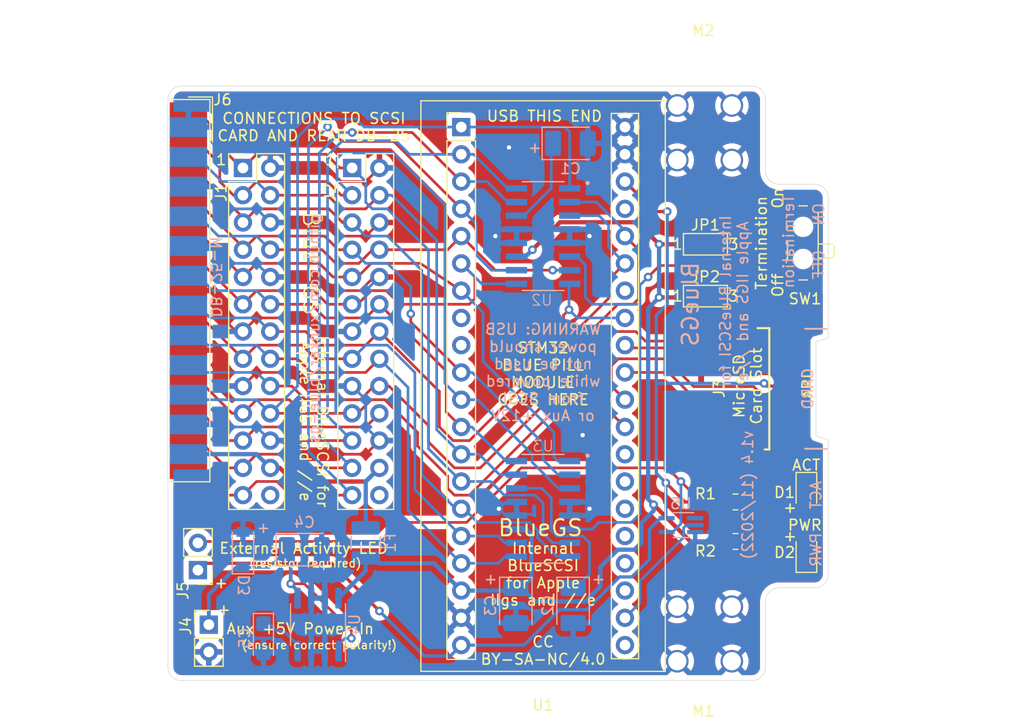
<source format=kicad_pcb>
(kicad_pcb (version 20211014) (generator pcbnew)
  (layers (0 "F.Cu" signal) (31 "B.Cu" signal) (34 "B.Paste" user) (35 "F.Paste" user) (36 "B.SilkS" user "B.Silkscreen") (37 "F.SilkS" user "F.Silkscreen") (38 "B.Mask" user) (39 "F.Mask" user) (44 "Edge.Cuts" user))
  (net 0 "")
  (net 12 "+5V")
  (net 13 "GND")
  (net 14 "/SCSI_DB4")
  (net 15 "/SCSI_DB2")
  (net 16 "/SCSI_DB1")
  (net 17 "/SCSI_DBP")
  (net 18 "/SCSI_SEL")
  (net 19 "/SCSI_ATN")
  (net 20 "/SCSI_C_D")
  (net 21 "/SCSI_DB7")
  (net 22 "/SCSI_DB6")
  (net 23 "/SCSI_DB5")
  (net 24 "/SCSI_DB3")
  (net 25 "/SCSI_DB0")
  (net 26 "/SCSI_BSY")
  (net 27 "/SCSI_ACK")
  (net 28 "/SCSI_RST")
  (net 29 "/SCSI_I_O")
  (net 30 "/SCSI_MSG")
  (net 31 "/SCSI_REQ")
  (net 32 "/SD_MISO")
  (net 33 "/SD_CSK")
  (net 34 "+3V3")
  (net 35 "/SD_MOSI")
  (net 36 "/SD_CS")
  (net 39 "Net-(D2-Pad2)")
  (net 40 "Net-(C1-Pad1)")
  (net 41 "Net-(C2-Pad1)")
  (net 42 "/TERM_DISC")
  (net 43 "Net-(D1-Pad1)")
  (net 44 "/DEBUG_RX")
  (net 45 "/DEBUG_TX")
  (net 46 "/+5V_AUX")
  (net 47 "Net-(C5-Pad1)")
  (net 48 "/TERM_EN")
  (net 49 "/TERM_DIS")
  (net 50 "/DISK_ACT")
  (net 51 "/SCSI_TERMPWR")
  (net 52 "Net-(D1-Pad2)")
  (footprint "my library:YAAJ_BluePill_2" (layer "F.Cu") (at 152.4 50.8)
    (fp_text reference "U1")
    (fp_text value "YAAJ_BluePill" hide)
  )
  (footprint "Button_Switch_SMD:SW_SPDT_PCM12" (layer "F.Cu") (at 183.896 61.595 90)
    (fp_text reference "SW1")
    (fp_text value "SW_SPDT")
  )
  (footprint "Resistor_SMD:R_0805_2012Metric_Pad1.20x1.40mm_HandSolder" (layer "F.Cu") (at 177.927 89.408 180)
    (fp_text reference "R2")
    (fp_text value "1K")
  )
  (footprint "LED_SMD:LED_0805_2012Metric_Pad1.15x1.40mm_HandSolder" (layer "F.Cu") (at 184.531 84.836 -90)
    (fp_text reference "D1")
    (fp_text value "LED")
  )
  (footprint "Jumper:SolderJumper-3_P1.3mm_Open_Pad1.0x1.5mm_NumberLabels" (layer "F.Cu") (at 175.133 66.548)
    (fp_text reference "JP2")
    (fp_text value "Jumper_3_Open")
  )
  (footprint "Jumper:SolderJumper-3_P1.3mm_Open_Pad1.0x1.5mm_NumberLabels" (layer "F.Cu") (at 175.133 61.722)
    (fp_text reference "JP1")
    (fp_text value "Jumper_3_Open")
  )
  (footprint "Resistor_SMD:R_0805_2012Metric_Pad1.20x1.40mm_HandSolder" (layer "F.Cu") (at 177.927 85.725)
    (fp_text reference "R1")
    (fp_text value "100")
  )
  (footprint "Connector_PinHeader_2.54mm:PinHeader_2x13_P2.54mm_Vertical" (layer "F.Cu") (at 132.08 54.61)
    (fp_text reference "J1")
    (fp_text value "Conn_02x13_Odd_Even")
  )
  (footprint "Connector_PinHeader_2.54mm:PinHeader_2x13_P2.54mm_Vertical" (layer "F.Cu") (at 142.24 54.61)
    (fp_text reference "J2")
    (fp_text value "Conn_02x13_Odd_Even")
  )
  (footprint "Connector_PinHeader_2.54mm:PinHeader_1x02_P2.54mm_Vertical" (layer "F.Cu") (at 128.905 97.155)
    (fp_text reference "J4")
    (fp_text value "Conn_01x02_Male")
  )
  (footprint "Connector_PinHeader_2.54mm:PinHeader_1x02_P2.54mm_Vertical" (layer "F.Cu") (at 127.889 92.075 180)
    (fp_text reference "J5")
    (fp_text value "Conn_01x02_Male")
  )
  (footprint "my library:keystone-7774" (layer "F.Cu") (at 180.771 100.561 180)
    (fp_text reference "M1")
    (fp_text value "Screw_Terminal_01x01")
  )
  (footprint "my library:keystone-7774" (layer "F.Cu") (at 180.771 53.871 180)
    (fp_text reference "M2")
    (fp_text value "Screw_Terminal_01x01")
  )
  (footprint "LED_SMD:LED_0805_2012Metric_Pad1.15x1.40mm_HandSolder" (layer "F.Cu") (at 184.531 90.424 90)
    (fp_text reference "D2")
    (fp_text value "LED")
  )
  (footprint "Molex 105162-0001:105162-0001" (layer "F.Cu") (at 174.625 75.184 90)
    (fp_text reference "J3")
    (fp_text value "105162-0001")
  )
  (footprint "Connector_Dsub:DSUB-25_Male_EdgeMount_P2.77mm" (layer "F.Cu") (at 127 66.04 -90)
    (fp_text reference "J6")
    (fp_text value "DB25_Male")
  )
  (footprint "Capacitor_Tantalum_SMD:CP_EIA-3528-21_Kemet-B_Pad1.50x2.35mm_HandSolder" (layer "B.Cu") (at 162.56 52.324)
    (fp_text reference "C1")
    (fp_text value "2.2uF, 6.3v")
  )
  (footprint "my library:SOIC127P600X175-16N" (layer "B.Cu") (at 160.02 86.36 180)
    (fp_text reference "U3")
    (fp_text value "UC560x, UCC56xx")
  )
  (footprint "Capacitor_Tantalum_SMD:CP_EIA-3528-21_Kemet-B_Pad1.50x2.35mm_HandSolder" (layer "B.Cu") (at 157.48 95.377 -90)
    (fp_text reference "C3")
    (fp_text value "4.7uF, 6.3v")
  )
  (footprint "Capacitor_Tantalum_SMD:CP_EIA-3528-21_Kemet-B_Pad1.50x2.35mm_HandSolder" (layer "B.Cu") (at 162.814 95.377 -90)
    (fp_text reference "C2")
    (fp_text value "2.2uF, 6.3v")
  )
  (footprint "my library:SOIC127P600X175-16N" (layer "B.Cu") (at 160.02 60.96 180)
    (fp_text reference "U2")
    (fp_text value "UC560x, UCC56xx")
  )
  (footprint "Fuse:Fuse_1210_3225Metric" (layer "B.Cu") (at 143.51 89.535 90)
    (fp_text reference "F1")
    (fp_text value "Fuse")
  )
  (footprint "Package_TO_SOT_SMD:SOT-353_SC-70-5_Handsoldering" (layer "B.Cu") (at 172.847 87.884 180)
    (fp_text reference "U5")
    (fp_text value "NL17SZ07DFT2G")
  )
  (footprint "Capacitor_Tantalum_SMD:CP_EIA-3528-21_Kemet-B_Pad1.50x2.35mm_HandSolder" (layer "B.Cu") (at 137.795 90.17)
    (fp_text reference "C4")
    (fp_text value "1uF")
  )
  (footprint "Diode_SMD:D_SOD-123" (layer "B.Cu") (at 132.08 90.17 90)
    (fp_text reference "D3")
    (fp_text value "Zener 5.6v")
  )
  (footprint "Capacitor_Tantalum_SMD:CP_EIA-3216-10_Kemet-I" (layer "B.Cu") (at 133.985 98.425 -90)
    (fp_text reference "C5")
    (fp_text value "0.1uF")
  )
  (footprint "Package_SO:SOIC-8_3.9x4.9mm_P1.27mm" (layer "B.Cu") (at 139.065 97.155 90)
    (fp_text reference "U4")
    (fp_text value "UCC3916")
  )
  (gr_line (start 184.404 69.596) (end 186.436 69.596) (layer "B.SilkS") (width 0.15))
  (gr_line (start 184.404 80.772) (end 186.436 80.772) (layer "B.SilkS") (width 0.15))
  (gr_line (start 184.404 80.772) (end 186.436 80.772) (layer "F.SilkS") (width 0.15))
  (gr_line (start 184.404 69.596) (end 186.436 69.596) (layer "F.SilkS") (width 0.15))
  (gr_line (start 186.563 79.9465) (end 186.563 92.456) (layer "Edge.Cuts") (width 0.05))
  (gr_line (start 125.095 101.092) (end 125.095 48.26) (layer "Edge.Cuts") (width 0.05))
  (gr_line (start 181.991 56.134) (end 185.293 56.134) (layer "Edge.Cuts") (width 0.05))
  (gr_line (start 180.721 94.996) (end 180.721 101.092) (layer "Edge.Cuts") (width 0.05))
  (gr_arc (start 185.293 56.134) (mid 186.191026 56.505974) (end 186.563 57.404) (layer "Edge.Cuts") (width 0.05))
  (gr_arc (start 186.563 92.456) (mid 186.191026 93.354026) (end 185.293 93.726) (layer "Edge.Cuts") (width 0.05))
  (gr_arc (start 181.991 56.134) (mid 181.092974 55.762026) (end 180.721 54.864) (layer "Edge.Cuts") (width 0.05))
  (gr_line (start 180.721 48.26) (end 180.721 54.864) (layer "Edge.Cuts") (width 0.05))
  (gr_arc (start 180.721 94.996) (mid 181.092974 94.097974) (end 181.991 93.726) (layer "Edge.Cuts") (width 0.05))
  (gr_line (start 181.991 93.726) (end 185.293 93.726) (layer "Edge.Cuts") (width 0.05))
  (gr_line (start 126.365 46.99) (end 179.451 46.99) (layer "Edge.Cuts") (width 0.05))
  (gr_line (start 179.451 102.362) (end 126.365 102.362) (layer "Edge.Cuts") (width 0.05))
  (gr_arc (start 126.365 102.362) (mid 125.466974 101.990026) (end 125.095 101.092) (layer "Edge.Cuts") (width 0.05))
  (gr_line (start 185.42 70.7644) (end 185.42 79.5655) (layer "Edge.Cuts") (width 0.05))
  (gr_arc (start 180.721 101.092) (mid 180.349026 101.990026) (end 179.451 102.362) (layer "Edge.Cuts") (width 0.05))
  (gr_arc (start 125.095 48.26) (mid 125.466974 47.361974) (end 126.365 46.99) (layer "Edge.Cuts") (width 0.05))
  (gr_line (start 186.563 57.404) (end 186.563 70.4596) (layer "Edge.Cuts") (width 0.05))
  (gr_line (start 185.42 70.7644) (end 186.563 70.4596) (layer "Edge.Cuts") (width 0.05))
  (gr_arc (start 179.451 46.99) (mid 180.349026 47.361974) (end 180.721 48.26) (layer "Edge.Cuts") (width 0.05))
  (gr_line (start 186.563 79.9465) (end 185.42 79.5655) (layer "Edge.Cuts") (width 0.05))
  (gr_text "ACT" (at 185.42 85.09 90) (layer "B.SilkS") (effects (font (size 1 1)) (justify mirror)))
  (gr_text "PWR" (at 185.42 90.17 90) (layer "B.SilkS") (effects (font (size 1 1)) (justify mirror)))
  (gr_text "ON   OFF" (at 185.674 61.468 90) (layer "B.SilkS") (effects (font (size 1 1)) (justify mirror)))
  (gr_text "github.com/xunker/blue-gs" (at 138.684 69.596 90) (layer "B.SilkS") (effects (font (size 1 1)) (justify mirror)))
  (gr_text "Internal BlueSCSI for\nApple IIGS and //e" (at 177.8 67.056 90) (layer "B.SilkS") (effects (font (size 1 1)) (justify mirror)))
  (gr_text "+" (at 133.985 88.265 -180) (layer "B.SilkS") (effects (font (size 1 1)) (justify mirror)))
  (gr_text "CARD" (at 184.658 75.184 90) (layer "B.SilkS") (effects (font (size 1 1)) (justify mirror)))
  (gr_text "Termination" (at 182.88 61.468 90) (layer "B.SilkS") (effects (font (size 1 1)) (justify mirror)))
  (gr_text "BlueGS" (at 173.736 67.31 90) (layer "B.SilkS") (effects (font (size 1.5 1.5) (thickness 0.2)) (justify mirror)))
  (gr_text "DB-25-M" (at 129.54 64.77 270) (layer "B.SilkS") (effects (font (size 1 1)) (justify mirror)))
  (gr_text "+" (at 159.258 52.705) (layer "B.SilkS") (effects (font (size 1 1)) (justify mirror)))
  (gr_text "+" (at 155.067 92.964 90) (layer "B.SilkS") (effects (font (size 1 1)) (justify mirror)))
  (gr_text "+" (at 165.1 92.964 90) (layer "B.SilkS") (effects (font (size 1 1)) (justify mirror)))
  (gr_text "WARNING: USB\npower should\nnot be used\nwhile powered\nfrom SCSI\nor Aux +12V" (at 160.02 73.66) (layer "B.SilkS") (effects (font (size 1 1)) (justify mirror)))
  (gr_text "v1.4 (11/2022)" (at 179.07 85.09 90) (layer "B.SilkS") (effects (font (size 1 1)) (justify mirror)))
  (gr_text "Aux +5V Power In" (at 137.414 97.536) (layer "F.SilkS") (effects (font (size 1 1))))
  (gr_text "Blue-GS" (at 138.43 63.5 270) (layer "F.SilkS") (effects (font (size 1.5 1.5))))
  (gr_text "+" (at 130.048 93.405 180) (layer "F.SilkS") (effects (font (size 1 1))))
  (gr_text "Internal BlueSCSI for\nApple IIGS and //e\n" (at 138.684 78.232 270) (layer "F.SilkS") (effects (font (size 1 1))))
  (gr_text "PWR" (at 186.055 87.884) (layer "F.SilkS") (effects (font (size 1 1)) (justify right)))
  (gr_text "External Activity LED" (at 129.794 90.043) (layer "F.SilkS") (effects (font (size 1 1)) (justify left)))
  (gr_text "+" (at 183.007 88.9) (layer "F.SilkS") (effects (font (size 1 1))))
  (gr_text "MicroSD\nCard Slot" (at 179.07 74.93 90) (layer "F.SilkS") (effects (font (size 1 1))))
  (gr_text "CARD" (at 184.658 75.184 90) (layer "F.SilkS") (effects (font (size 1 1))))
  (gr_text "CONNECTIONS TO SCSI\nCARD AND REAR DB-25" (at 138.684 50.8) (layer "F.SilkS") (effects (font (size 1 1))))
  (gr_text "On" (at 181.864 57.404 90) (layer "F.SilkS") (effects (font (size 1 1))))
  (gr_text "Termination" (at 180.34 61.595 90) (layer "F.SilkS") (effects (font (size 1 1))))
  (gr_text "Internal\nBlueSCSI\nfor Apple\nIIgs and //e" (at 160.02 92.456) (layer "F.SilkS") (effects (font (size 1 1))))
  (gr_text "STM32\nBLUE PILL\nMODULE\nGOES HERE" (at 160.02 73.787) (layer "F.SilkS") (effects (font (size 1 1))))
  (gr_text "USB THIS END" (at 160.147 49.784) (layer "F.SilkS") (effects (font (size 1 1))))
  (gr_text "CC\nBY-SA-NC/4.0" (at 160.02 99.568) (layer "F.SilkS") (effects (font (size 1 1))))
  (gr_text "(resistor required)" (at 132.588 91.44) (layer "F.SilkS") (effects (font (size 0.75 0.75) (thickness 0.125)) (justify left)))
  (gr_text "+" (at 130.302 95.885 180) (layer "F.SilkS") (effects (font (size 1 1))))
  (gr_text "+" (at 183.007 86.233) (layer "F.SilkS") (effects (font (size 1 1))))
  (gr_text "BlueGS" (at 159.766 88.138) (layer "F.SilkS") (effects (font (size 1.5 1.5) (thickness 0.2))))
  (gr_text "1" (at 130.048 53.848) (layer "F.SilkS") (effects (font (size 1 1))))
  (gr_text "(ensure correct polarity!)" (at 139.192 99.06) (layer "F.SilkS") (effects (font (size 0.75 0.75) (thickness 0.125))))
  (gr_text "ACT" (at 185.928 82.296) (layer "F.SilkS") (effects (font (size 1 1)) (justify right)))
  (gr_text "1" (at 140.208 53.848) (layer "F.SilkS") (effects (font (size 1 1))))
  (gr_text "Off" (at 181.864 65.532 90) (layer "F.SilkS") (effects (font (size 1 1))))
  (segment (start 173.736 89.408) (end 170.307 85.979) (width 0.4) (layer "F.Cu") (net 12))
  (segment (start 159.02532 62.233641) (end 161.58796 59.671001) (width 0.4) (layer "F.Cu") (net 12))
  (segment (start 176.927 89.408) (end 173.736 89.408) (width 0.4) (layer "F.Cu") (net 12))
  (segment (start 161.58796 59.671001) (end 168.764001 59.671001) (width 0.4) (layer "F.Cu") (net 12))
  (segment (start 168.764001 59.671001) (end 170.815 61.722) (width 0.4) (layer "F.Cu") (net 12))
  (segment (start 173.579 66.675) (end 170.814998 66.675) (width 0.4) (layer "F.Cu") (net 12))
  (segment (start 173.833 61.722) (end 170.815 61.722) (width 0.4) (layer "F.Cu") (net 12))
  (segment (start 173.833 66.421) (end 173.579 66.675) (width 0.4) (layer "F.Cu") (net 12))
  (via (at 170.815 61.722) (size 0.8) (drill 0.4) (layers "F.Cu" "B.Cu") (net 12))
  (via (at 170.307 85.979) (size 0.8) (drill 0.4) (layers "F.Cu" "B.Cu") (net 12))
  (via (at 159.02532 62.233641) (size 0.8) (drill 0.4) (layers "F.Cu" "B.Cu") (net 12))
  (via (at 170.814998 66.675) (size 0.8) (drill 0.4) (layers "F.Cu" "B.Cu") (net 12))
  (segment (start 149.86 91.44) (end 152.4 93.98) (width 0.4) (layer "B.Cu") (net 12))
  (segment (start 143.51 92.14) (end 143.51 90.935) (width 0.4) (layer "B.Cu") (net 12))
  (segment (start 143.51 90.805) (end 144.145 90.805) (width 0.4) (layer "B.Cu") (net 12))
  (segment (start 157.545 88.265) (end 158.4265 88.265) (width 0.4) (layer "B.Cu") (net 12))
  (segment (start 157.545 62.865) (end 158.393961 62.865) (width 0.4) (layer "B.Cu") (net 12))
  (segment (start 165.354 93.599) (end 165.354 91.7879) (width 0.4) (layer "B.Cu") (net 12))
  (segment (start 169.164 89.535) (end 169.164 87.687685) (width 0.4) (layer "B.Cu") (net 12))
  (segment (start 157.48 93.752) (end 158.014 93.752) (width 0.4) (layer "B.Cu") (net 12))
  (segment (start 144.78 91.44) (end 149.86 91.44) (width 0.4) (layer "B.Cu") (net 12))
  (segment (start 158.929511 88.768011) (end 158.929511 92.784489) (width 0.4) (layer "B.Cu") (net 12))
  (segment (start 158.929511 92.784489) (end 157.734 93.98) (width 0.4) (layer "B.Cu") (net 12))
  (segment (start 169.799 85.471) (end 170.307 85.979) (width 0.4) (layer "B.Cu") (net 12))
  (segment (start 166.9719 90.17) (end 168.529 90.17) (width 0.4) (layer "B.Cu") (net 12))
  (segment (start 157.734 93.98) (end 152.4 93.98) (width 0.4) (layer "B.Cu") (net 12))
  (segment (start 158.393961 62.865) (end 159.02532 62.233641) (width 0.4) (layer "B.Cu") (net 12))
  (segment (start 158.014 93.752) (end 159.258 94.996) (width 0.4) (layer "B.Cu") (net 12))
  (segment (start 163.957 94.996) (end 165.354 93.599) (width 0.4) (layer "B.Cu") (net 12))
  (segment (start 165.354 91.7879) (end 166.9719 90.17) (width 0.4) (layer "B.Cu") (net 12))
  (segment (start 170.814998 61.722002) (end 170.815 61.722) (width 0.4) (layer "B.Cu") (net 12))
  (segment (start 140.97 94.68) (end 143.51 92.14) (width 0.4) (layer "B.Cu") (net 12))
  (segment (start 159.258 94.996) (end 163.957 94.996) (width 0.4) (layer "B.Cu") (net 12))
  (segment (start 144.145 90.805) (end 144.78 91.44) (width 0.4) (layer "B.Cu") (net 12))
  (segment (start 169.164 87.687685) (end 170.307 86.544685) (width 0.4) (layer "B.Cu") (net 12))
  (segment (start 158.4265 88.265) (end 158.929511 88.768011) (width 0.4) (layer "B.Cu") (net 12))
  (segment (start 170.307 86.544685) (end 170.307 85.979) (width 0.4) (layer "B.Cu") (net 12))
  (segment (start 169.799 67.690998) (end 169.799 85.471) (width 0.4) (layer "B.Cu") (net 12))
  (segment (start 170.814998 66.675) (end 170.814998 61.722002) (width 0.4) (layer "B.Cu") (net 12))
  (segment (start 170.814998 66.675) (end 169.799 67.690998) (width 0.4) (layer "B.Cu") (net 12))
  (segment (start 168.529 90.17) (end 169.164 89.535) (width 0.4) (layer "B.Cu") (net 12))
  (segment (start 134.62 64.77) (end 138.938 64.77) (width 0.25) (layer "F.Cu") (net 13))
  (segment (start 143.002 66.04) (end 144.272 64.77) (width 0.25) (layer "F.Cu") (net 13))
  (segment (start 138.938 64.77) (end 140.208 66.04) (width 0.25) (layer "F.Cu") (net 13))
  (segment (start 140.208 66.04) (end 143.002 66.04) (width 0.25) (layer "F.Cu") (net 13))
  (segment (start 144.272 64.77) (end 144.78 64.77) (width 0.25) (layer "F.Cu") (net 13))
  (segment (start 134.62 54.61) (end 139.954 54.61) (width 0.25) (layer "F.Cu") (net 13))
  (segment (start 139.954 54.61) (end 141.224 55.88) (width 0.25) (layer "F.Cu") (net 13))
  (segment (start 141.224 55.88) (end 143.51 55.88) (width 0.25) (layer "F.Cu") (net 13))
  (segment (start 143.51 55.88) (end 144.78 54.61) (width 0.25) (layer "F.Cu") (net 13))
  (segment (start 132.08 69.85) (end 133.35 68.58) (width 0.25) (layer "F.Cu") (net 13))
  (segment (start 138.176 68.58) (end 139.446 69.85) (width 0.25) (layer "F.Cu") (net 13))
  (segment (start 133.35 68.58) (end 138.176 68.58) (width 0.25) (layer "F.Cu") (net 13))
  (segment (start 139.446 69.85) (end 142.24 69.85) (width 0.25) (layer "F.Cu") (net 13))
  (segment (start 142.24 74.93) (end 138.176 74.93) (width 0.25) (layer "F.Cu") (net 13))
  (segment (start 138.176 74.93) (end 136.906 73.66) (width 0.25) (layer "F.Cu") (net 13))
  (segment (start 136.906 73.66) (end 133.35 73.66) (width 0.25) (layer "F.Cu") (net 13))
  (segment (start 133.35 73.66) (end 132.08 74.93) (width 0.25) (layer "F.Cu") (net 13))
  (segment (start 134.62 80.01) (end 135.636 80.01) (width 0.25) (layer "F.Cu") (net 13))
  (segment (start 135.636 80.01) (end 136.906 81.28) (width 0.25) (layer "F.Cu") (net 13))
  (segment (start 136.906 81.28) (end 143.51 81.28) (width 0.25) (layer "F.Cu") (net 13))
  (segment (start 143.51 81.28) (end 144.78 80.01) (width 0.25) (layer "F.Cu") (net 13))
  (segment (start 134.62 59.69) (end 139.954 59.69) (width 0.25) (layer "F.Cu") (net 13))
  (segment (start 141.224 60.96) (end 143.51 60.96) (width 0.25) (layer "F.Cu") (net 13))
  (segment (start 139.954 59.69) (end 141.224 60.96) (width 0.25) (layer "F.Cu") (net 13))
  (segment (start 143.51 60.96) (end 144.78 59.69) (width 0.25) (layer "F.Cu") (net 13))
  (segment (start 131.445 69.85) (end 130.175 68.58) (width 0.25) (layer "F.Cu") (net 13))
  (segment (start 130.175 68.58) (end 130.175 67.31) (width 0.25) (layer "F.Cu") (net 13))
  (segment (start 130.175 67.31) (end 128.905 66.04) (width 0.25) (layer "F.Cu") (net 13))
  (segment (start 132.08 69.85) (end 131.445 69.85) (width 0.25) (layer "F.Cu") (net 13))
  (segment (start 128.905 66.04) (end 127 66.04) (width 0.25) (layer "F.Cu") (net 13))
  (via (at 164.338 86.36) (size 0.8) (drill 0.4) (layers "F.Cu" "B.Cu") (net 13))
  (via (at 156.845 52.705) (size 0.8) (drill 0.4) (layers "F.Cu" "B.Cu") (net 13))
  (via (at 164.338 60.96) (size 0.8) (drill 0.4) (layers "F.Cu" "B.Cu") (net 13))
  (via (at 155.575 60.96) (size 0.8) (drill 0.4) (layers "F.Cu" "B.Cu") (net 13))
  (via (at 155.9052 86.36) (size 0.8) (drill 0.4) (layers "F.Cu" "B.Cu") (net 13))
  (via (at 163.703 79.502) (size 0.8) (drill 0.4) (layers "F.Cu" "B.Cu") (net 13))
  (segment (start 142.24 74.93) (end 143.51 76.2) (width 0.25) (layer "B.Cu") (net 13))
  (segment (start 143.51 76.2) (end 143.51 78.74) (width 0.25) (layer "B.Cu") (net 13))
  (segment (start 143.51 78.74) (end 144.78 80.01) (width 0.25) (layer "B.Cu") (net 13))
  (segment (start 144.78 64.77) (end 143.51 66.04) (width 0.25) (layer "B.Cu") (net 13))
  (segment (start 143.51 66.04) (end 143.51 68.58) (width 0.25) (layer "B.Cu") (net 13))
  (segment (start 134.62 80.01) (end 133.35 78.74) (width 0.25) (layer "B.Cu") (net 13))
  (segment (start 143.51 68.58) (end 143.4465 68.6435) (width 0.25) (layer "B.Cu") (net 13))
  (segment (start 157.545 60.325) (end 162.495 60.325) (width 0.25) (layer "B.Cu") (net 13))
  (segment (start 130.175 78.74) (end 129.94 78.505) (width 0.25) (layer "B.Cu") (net 13))
  (segment (start 129.54 62.23) (end 127.345 62.23) (width 0.25) (layer "B.Cu") (net 13))
  (segment (start 157.545 86.995) (end 156.5402 86.995) (width 0.25) (layer "B.Cu") (net 13))
  (segment (start 143.51 68.58) (end 146.304 68.58) (width 0.25) (layer "B.Cu") (net 13))
  (segment (start 127.345 62.23) (end 127 61.885) (width 0.25) (layer "B.Cu") (net 13))
  (segment (start 157.545 85.725) (end 156.5402 85.725) (width 0.25) (layer "B.Cu") (net 13))
  (segment (start 130.175 58.42) (end 130.175 57.15) (width 0.25) (layer "B.Cu") (net 13))
  (segment (start 134.62 59.69) (end 133.35 58.42) (width 0.25) (layer "B.Cu") (net 13))
  (segment (start 143.4465 68.6435) (end 142.24 69.85) (width 0.25) (layer "B.Cu") (net 13))
  (segment (start 156.5402 86.995) (end 155.9052 86.36) (width 0.25) (layer "B.Cu") (net 13))
  (segment (start 133.35 78.74) (end 130.175 78.74) (width 0.25) (layer "B.Cu") (net 13))
  (segment (start 134.62 64.77) (end 133.35 63.5) (width 0.25) (layer "B.Cu") (net 13))
  (segment (start 130.175 57.15) (end 129.37 56.345) (width 0.25) (layer "B.Cu") (net 13))
  (segment (start 157.545 85.725) (end 157.545 86.995) (width 0.25) (layer "B.Cu") (net 13))
  (segment (start 129.37 56.345) (end 127 56.345) (width 0.25) (layer "B.Cu") (net 13))
  (segment (start 130.81 63.5) (end 129.54 62.23) (width 0.25) (layer "B.Cu") (net 13))
  (segment (start 174.197 93.745) (end 172.461 95.481) (width 0.25) (layer "B.Cu") (net 13))
  (segment (start 133.35 63.5) (end 130.81 63.5) (width 0.25) (layer "B.Cu") (net 13))
  (segment (start 129.94 78.505) (end 127 78.505) (width 0.25) (layer "B.Cu") (net 13))
  (segment (start 156.5402 85.725) (end 155.9052 86.36) (width 0.25) (layer "B.Cu") (net 13))
  (segment (start 133.35 58.42) (end 130.175 58.42) (width 0.25) (layer "B.Cu") (net 13))
  (segment (start 174.197 88.58) (end 174.197 93.745) (width 0.25) (layer "B.Cu") (net 13))
  (segment (start 134.62 77.47) (end 136.144 77.47) (width 0.25) (layer "F.Cu") (net 14))
  (segment (start 136.144 77.47) (end 137.414 78.74) (width 0.25) (layer "F.Cu") (net 14))
  (segment (start 137.414 78.74) (end 143.51 78.74) (width 0.25) (layer "F.Cu") (net 14))
  (segment (start 143.51 78.74) (end 144.78 77.47) (width 0.25) (layer "F.Cu") (net 14))
  (segment (start 127.465 76.2) (end 133.35 76.2) (width 0.25) (layer "B.Cu") (net 14))
  (segment (start 137.16 74.93) (end 137.16 51.758998) (width 0.25) (layer "B.Cu") (net 14))
  (segment (start 137.16 51.758998) (end 138.880998 50.038) (width 0.25) (layer "B.Cu") (net 14))
  (segment (start 138.880998 50.038) (end 142.621 50.038) (width 0.25) (layer "B.Cu") (net 14))
  (segment (start 152.4 50.8) (end 162.052 50.8) (width 0.25) (layer "B.Cu") (net 14))
  (segment (start 162.495 51.243) (end 162.495 56.515) (width 0.25) (layer "B.Cu") (net 14))
  (segment (start 151.3 50.8) (end 152.4 50.8) (width 0.25) (layer "B.Cu") (net 14))
  (segment (start 127 75.735) (end 127.465 76.2) (width 0.25) (layer "B.Cu") (net 14))
  (segment (start 162.052 50.8) (end 162.495 51.243) (width 0.25) (layer "B.Cu") (net 14))
  (segment (start 133.35 76.2) (end 134.62 77.47) (width 0.25) (layer "B.Cu") (net 14))
  (segment (start 143.383 50.8) (end 151.3 50.8) (width 0.25) (layer "B.Cu") (net 14))
  (segment (start 142.621 50.038) (end 143.383 50.8) (width 0.25) (layer "B.Cu") (net 14))
  (segment (start 134.62 77.47) (end 137.16 74.93) (width 0.25) (layer "B.Cu") (net 14))
  (segment (start 136.62025 74.93) (end 137.89025 76.2) (width 0.25) (layer "F.Cu") (net 15))
  (segment (start 144.272 74.93) (end 144.78 74.93) (width 0.25) (layer "F.Cu") (net 15))
  (segment (start 137.89025 76.2) (end 143.002 76.2) (width 0.25) (layer "F.Cu") (net 15))
  (segment (start 134.62 74.93) (end 136.62025 74.93) (width 0.25) (layer "F.Cu") (net 15))
  (segment (start 143.002 76.2) (end 144.272 74.93) (width 0.25) (layer "F.Cu") (net 15))
  (segment (start 151.765 82.55) (end 154.178 82.55) (width 0.25) (layer "F.Cu") (net 15))
  (segment (start 149.352 78.613) (end 149.352 80.137) (width 0.25) (layer "F.Cu") (net 15))
  (segment (start 163.576 73.152) (end 163.576 69.303002) (width 0.25) (layer "F.Cu") (net 15))
  (segment (start 163.576 69.303002) (end 166.116 66.763002) (width 0.25) (layer "F.Cu") (net 15))
  (segment (start 154.178 82.55) (end 163.576 73.152) (width 0.25) (layer "F.Cu") (net 15))
  (segment (start 166.116 65.024) (end 167.64 63.5) (width 0.25) (layer "F.Cu") (net 15))
  (segment (start 144.78 74.93) (end 145.669 74.93) (width 0.25) (layer "F.Cu") (net 15))
  (segment (start 149.352 80.137) (end 151.765 82.55) (width 0.25) (layer "F.Cu") (net 15))
  (segment (start 166.116 66.763002) (end 166.116 65.024) (width 0.25) (layer "F.Cu") (net 15))
  (segment (start 145.669 74.93) (end 149.352 78.613) (width 0.25) (layer "F.Cu") (net 15))
  (segment (start 166.116 59.944) (end 166.116 61.976) (width 0.25) (layer "B.Cu") (net 15))
  (segment (start 127 72.965) (end 127.695 73.66) (width 0.25) (layer "B.Cu") (net 15))
  (segment (start 162.495 59.055) (end 165.227 59.055) (width 0.25) (layer "B.Cu") (net 15))
  (segment (start 133.35 73.66) (end 134.62 74.93) (width 0.25) (layer "B.Cu") (net 15))
  (segment (start 165.227 59.055) (end 166.116 59.944) (width 0.25) (layer "B.Cu") (net 15))
  (segment (start 166.116 61.976) (end 167.64 63.5) (width 0.25) (layer "B.Cu") (net 15))
  (segment (start 127.695 73.66) (end 133.35 73.66) (width 0.25) (layer "B.Cu") (net 15))
  (segment (start 137.16 72.39) (end 138.43 73.66) (width 0.25) (layer "F.Cu") (net 16))
  (segment (start 138.43 73.66) (end 143.51 73.66) (width 0.25) (layer "F.Cu") (net 16))
  (segment (start 134.62 72.39) (end 137.16 72.39) (width 0.25) (layer "F.Cu") (net 16))
  (segment (start 143.51 73.66) (end 144.78 72.39) (width 0.25) (layer "F.Cu") (net 16))
  (segment (start 144.78 72.39) (end 147.447 75.057) (width 0.25) (layer "B.Cu") (net 16))
  (segment (start 156.464 90.805) (end 157.545 90.805) (width 0.25) (layer "B.Cu") (net 16))
  (segment (start 147.447 86.487) (end 152.4 91.44) (width 0.25) (layer "B.Cu") (net 16))
  (segment (start 152.4 91.44) (end 155.829 91.44) (width 0.25) (layer "B.Cu") (net 16))
  (segment (start 128.778 71.12) (end 133.35 71.12) (width 0.25) (layer "B.Cu") (net 16))
  (segment (start 147.447 75.057) (end 147.447 86.487) (width 0.25) (layer "B.Cu") (net 16))
  (segment (start 133.35 71.12) (end 134.62 72.39) (width 0.25) (layer "B.Cu") (net 16))
  (segment (start 127 70.195) (end 127.853 70.195) (width 0.25) (layer "B.Cu") (net 16))
  (segment (start 127.853 70.195) (end 128.778 71.12) (width 0.25) (layer "B.Cu") (net 16))
  (segment (start 155.829 91.44) (end 156.464 90.805) (width 0.25) (layer "B.Cu") (net 16))
  (segment (start 143.51 71.12) (end 144.78 69.85) (width 0.25) (layer "F.Cu") (net 17))
  (segment (start 134.62 69.85) (end 137.922 69.85) (width 0.25) (layer "F.Cu") (net 17))
  (segment (start 137.922 69.85) (end 139.192 71.12) (width 0.25) (layer "F.Cu") (net 17))
  (segment (start 139.192 71.12) (end 143.51 71.12) (width 0.25) (layer "F.Cu") (net 17))
  (segment (start 153.162 80.01) (end 161.925 71.247) (width 0.25) (layer "F.Cu") (net 17))
  (segment (start 161.925 71.247) (end 161.925 68.326) (width 0.25) (layer "F.Cu") (net 17))
  (segment (start 151.638 80.01) (end 153.162 80.01) (width 0.25) (layer "F.Cu") (net 17))
  (segment (start 161.925 68.326) (end 162.433 67.818) (width 0.25) (layer "F.Cu") (net 17))
  (segment (start 150.368 75.438) (end 150.368 78.74) (width 0.25) (layer "F.Cu") (net 17))
  (segment (start 144.78 69.85) (end 150.368 75.438) (width 0.25) (layer "F.Cu") (net 17))
  (segment (start 150.368 78.74) (end 151.638 80.01) (width 0.25) (layer "F.Cu") (net 17))
  (via (at 162.433 67.818) (size 0.8) (drill 0.4) (layers "F.Cu" "B.Cu") (net 17))
  (segment (start 129.038 68.58) (end 133.35 68.58) (width 0.25) (layer "B.Cu") (net 17))
  (segment (start 127.883 67.425) (end 129.038 68.58) (width 0.25) (layer "B.Cu") (net 17))
  (segment (start 162.433 65.659) (end 162.433 67.818) (width 0.25) (layer "B.Cu") (net 17))
  (segment (start 167.64 68.58) (end 163.195 68.58) (width 0.25) (layer "B.Cu") (net 17))
  (segment (start 162.56 65.532) (end 162.433 65.659) (width 0.25) (layer "B.Cu") (net 17))
  (segment (start 163.195 68.58) (end 162.433 67.818) (width 0.25) (layer "B.Cu") (net 17))
  (segment (start 127 67.425) (end 127.883 67.425) (width 0.25) (layer "B.Cu") (net 17))
  (segment (start 133.35 68.58) (end 134.62 69.85) (width 0.25) (layer "B.Cu") (net 17))
  (segment (start 134.62 67.31) (end 138.43 67.31) (width 0.25) (layer "F.Cu") (net 18))
  (segment (start 138.43 67.31) (end 139.7 68.58) (width 0.25) (layer "F.Cu") (net 18))
  (segment (start 139.7 68.58) (end 143.51 68.58) (width 0.25) (layer "F.Cu") (net 18))
  (segment (start 143.51 68.58) (end 144.78 67.31) (width 0.25) (layer "F.Cu") (net 18))
  (segment (start 151.003 77.343) (end 152.4 78.74) (width 0.25) (layer "F.Cu") (net 18))
  (segment (start 144.78 67.31) (end 151.003 73.533) (width 0.25) (layer "F.Cu") (net 18))
  (segment (start 151.003 73.533) (end 151.003 77.343) (width 0.25) (layer "F.Cu") (net 18))
  (segment (start 153.385 78.74) (end 156.56 81.915) (width 0.25) (layer "B.Cu") (net 18))
  (segment (start 156.56 81.915) (end 157.545 81.915) (width 0.25) (layer "B.Cu") (net 18))
  (segment (start 127.901 64.655) (end 129.286 66.04) (width 0.25) (layer "B.Cu") (net 18))
  (segment (start 133.35 66.04) (end 134.62 67.31) (width 0.25) (layer "B.Cu") (net 18))
  (segment (start 129.286 66.04) (end 133.35 66.04) (width 0.25) (layer "B.Cu") (net 18))
  (segment (start 152.4 78.74) (end 153.385 78.74) (width 0.25) (layer "B.Cu") (net 18))
  (segment (start 127 64.655) (end 127.901 64.655) (width 0.25) (layer "B.Cu") (net 18))
  (segment (start 144.14359 62.23) (end 144.78 62.23) (width 0.25) (layer "F.Cu") (net 19))
  (segment (start 140.716 63.5) (end 142.87359 63.5) (width 0.25) (layer "F.Cu") (net 19))
  (segment (start 134.62 62.23) (end 139.446 62.23) (width 0.25) (layer "F.Cu") (net 19))
  (segment (start 139.446 62.23) (end 140.716 63.5) (width 0.25) (layer "F.Cu") (net 19))
  (segment (start 142.87359 63.5) (end 144.14359 62.23) (width 0.25) (layer "F.Cu") (net 19))
  (segment (start 144.78 62.23) (end 151.13 62.23) (width 0.25) (layer "F.Cu") (net 19))
  (segment (start 152.4 60.96) (end 155.575 64.135) (width 0.25) (layer "F.Cu") (net 19))
  (segment (start 155.575 64.135) (end 160.909 64.135) (width 0.25) (layer "F.Cu") (net 19))
  (segment (start 151.13 62.23) (end 152.4 60.96) (width 0.25) (layer "F.Cu") (net 19))
  (via (at 160.909 64.135) (size 0.8) (drill 0.4) (layers "F.Cu" "B.Cu") (net 19))
  (segment (start 162.495 64.135) (end 160.909 64.135) (width 0.25) (layer "B.Cu") (net 19))
  (segment (start 133.35 60.96) (end 134.62 62.23) (width 0.25) (layer "B.Cu") (net 19))
  (segment (start 127 59.115) (end 127.949 59.115) (width 0.25) (layer "B.Cu") (net 19))
  (segment (start 127.949 59.115) (end 129.794 60.96) (width 0.25) (layer "B.Cu") (net 19))
  (segment (start 129.794 60.96) (end 133.35 60.96) (width 0.25) (layer "B.Cu") (net 19))
  (segment (start 134.62 57.15) (end 139.954 57.15) (width 0.25) (layer "F.Cu") (net 20))
  (segment (start 139.954 57.15) (end 141.224 58.42) (width 0.25) (layer "F.Cu") (net 20))
  (segment (start 141.224 58.42) (end 143.51 58.42) (width 0.25) (layer "F.Cu") (net 20))
  (segment (start 143.51 58.42) (end 144.78 57.15) (width 0.25) (layer "F.Cu") (net 20))
  (segment (start 133.35 55.88) (end 134.62 57.15) (width 0.25) (layer "B.Cu") (net 20))
  (segment (start 145.923 57.15) (end 150.114 61.341) (width 0.25) (layer "B.Cu") (net 20))
  (segment (start 154.051 81.28) (end 155.956 83.185) (width 0.25) (layer "B.Cu") (net 20))
  (segment (start 127.816666 53.575) (end 130.121666 55.88) (width 0.25) (layer "B.Cu") (net 20))
  (segment (start 155.956 83.185) (end 157.545 83.185) (width 0.25) (layer "B.Cu") (net 20))
  (segment (start 130.121666 55.88) (end 133.35 55.88) (width 0.25) (layer "B.Cu") (net 20))
  (segment (start 144.78 57.15) (end 145.923 57.15) (width 0.25) (layer "B.Cu") (net 20))
  (segment (start 150.114 61.341) (end 150.114 78.994) (width 0.25) (layer "B.Cu") (net 20))
  (segment (start 152.4 81.28) (end 154.051 81.28) (width 0.25) (layer "B.Cu") (net 20))
  (segment (start 127 53.575) (end 127.816666 53.575) (width 0.25) (layer "B.Cu") (net 20))
  (segment (start 150.114 78.994) (end 152.4 81.28) (width 0.25) (layer "B.Cu") (net 20))
  (segment (start 141.29301 52.13901) (end 139.954 50.8) (width 0.25) (layer "F.Cu") (net 21))
  (segment (start 136.525 85.09) (end 142.24 85.09) (width 0.25) (layer "F.Cu") (net 21))
  (segment (start 132.08 85.09) (end 133.35 83.82) (width 0.25) (layer "F.Cu") (net 21))
  (segment (start 152.4 58.42) (end 146.11901 52.13901) (width 0.25) (layer "F.Cu") (net 21))
  (segment (start 130.175 85.09) (end 132.08 85.09) (width 0.25) (layer "F.Cu") (net 21))
  (segment (start 135.255 83.82) (end 136.525 85.09) (width 0.25) (layer "F.Cu") (net 21))
  (segment (start 127 82.66) (end 127.745 82.66) (width 0.25) (layer "F.Cu") (net 21))
  (segment (start 133.35 83.82) (end 135.255 83.82) (width 0.25) (layer "F.Cu") (net 21))
  (segment (start 127.745 82.66) (end 130.175 85.09) (width 0.25) (layer "F.Cu") (net 21))
  (segment (start 146.11901 52.13901) (end 141.29301 52.13901) (width 0.25) (layer "F.Cu") (net 21))
  (via (at 139.954 50.8) (size 0.8) (drill 0.4) (layers "F.Cu" "B.Cu") (net 21))
  (segment (start 152.4 58.42) (end 153.797 59.817) (width 0.25) (layer "B.Cu") (net 21))
  (segment (start 155.2067 64.135) (end 157.545 64.135) (width 0.25) (layer "B.Cu") (net 21))
  (segment (start 138.176 52.578) (end 139.954 50.8) (width 0.25) (layer "B.Cu") (net 21))
  (segment (start 153.797 59.817) (end 153.797 62.7253) (width 0.25) (layer "B.Cu") (net 21))
  (segment (start 142.24 85.09) (end 138.176 81.026) (width 0.25) (layer "B.Cu") (net 21))
  (segment (start 138.176 81.026) (end 138.176 52.578) (width 0.25) (layer "B.Cu") (net 21))
  (segment (start 153.797 62.7253) (end 155.2067 64.135) (width 0.25) (layer "B.Cu") (net 21))
  (segment (start 133.35 81.28) (end 135.763 81.28) (width 0.25) (layer "F.Cu") (net 22))
  (segment (start 130.556 82.55) (end 132.08 82.55) (width 0.25) (layer "F.Cu") (net 22))
  (segment (start 127 79.89) (end 127.896 79.89) (width 0.25) (layer "F.Cu") (net 22))
  (segment (start 147.828 51.308) (end 152.4 55.88) (width 0.25) (layer "F.Cu") (net 22))
  (segment (start 132.08 82.55) (end 133.35 81.28) (width 0.25) (layer "F.Cu") (net 22))
  (segment (start 142.24 51.308) (end 147.828 51.308) (width 0.25) (layer "F.Cu") (net 22))
  (segment (start 137.033 82.55) (end 142.24 82.55) (width 0.25) (layer "F.Cu") (net 22))
  (segment (start 135.763 81.28) (end 137.033 82.55) (width 0.25) (layer "F.Cu") (net 22))
  (segment (start 127.896 79.89) (end 130.556 82.55) (width 0.25) (layer "F.Cu") (net 22))
  (via (at 142.24 51.308) (size 0.8) (drill 0.4) (layers "F.Cu" "B.Cu") (net 22))
  (segment (start 142.24 51.308) (end 141.097 51.308) (width 0.25) (layer "B.Cu") (net 22))
  (segment (start 154.813 55.88) (end 156.718 57.785) (width 0.25) (layer "B.Cu") (net 22))
  (segment (start 152.4 55.88) (end 154.813 55.88) (width 0.25) (layer "B.Cu") (net 22))
  (segment (start 141.097 51.308) (end 139.192 53.213) (width 0.25) (layer "B.Cu") (net 22))
  (segment (start 139.192 79.502) (end 142.24 82.55) (width 0.25) (layer "B.Cu") (net 22))
  (segment (start 139.192 53.213) (end 139.192 79.502) (width 0.25) (layer "B.Cu") (net 22))
  (segment (start 156.718 57.785) (end 157.545 57.785) (width 0.25) (layer "B.Cu") (net 22))
  (segment (start 132.08 80.01) (end 133.35 78.74) (width 0.25) (layer "F.Cu") (net 23))
  (segment (start 133.35 78.74) (end 135.89 78.74) (width 0.25) (layer "F.Cu") (net 23))
  (segment (start 137.16 80.01) (end 142.24 80.01) (width 0.25) (layer "F.Cu") (net 23))
  (segment (start 135.89 78.74) (end 137.16 80.01) (width 0.25) (layer "F.Cu") (net 23))
  (segment (start 127 77.12) (end 127.92 77.12) (width 0.25) (layer "F.Cu") (net 23))
  (segment (start 127.92 77.12) (end 130.81 80.01) (width 0.25) (layer "F.Cu") (net 23))
  (segment (start 130.81 80.01) (end 132.08 80.01) (width 0.25) (layer "F.Cu") (net 23))
  (segment (start 142.24 80.01) (end 139.954 77.724) (width 0.25) (layer "B.Cu") (net 23))
  (segment (start 147.574 53.34) (end 152.4 53.34) (width 0.25) (layer "B.Cu") (net 23))
  (segment (start 156.718 56.515) (end 157.545 56.515) (width 0.25) (layer "B.Cu") (net 23))
  (segment (start 153.543 53.34) (end 156.718 56.515) (width 0.25) (layer "B.Cu") (net 23))
  (segment (start 152.4 53.34) (end 153.543 53.34) (width 0.25) (layer "B.Cu") (net 23))
  (segment (start 146.304 52.07) (end 147.574 53.34) (width 0.25) (layer "B.Cu") (net 23))
  (segment (start 141.351 52.07) (end 146.304 52.07) (width 0.25) (layer "B.Cu") (net 23))
  (segment (start 139.954 53.467) (end 141.351 52.07) (width 0.25) (layer "B.Cu") (net 23))
  (segment (start 139.954 77.724) (end 139.954 53.467) (width 0.25) (layer "B.Cu") (net 23))
  (segment (start 132.08 77.47) (end 133.35 76.2) (width 0.25) (layer "F.Cu") (net 24))
  (segment (start 136.398 76.2) (end 137.668 77.47) (width 0.25) (layer "F.Cu") (net 24))
  (segment (start 133.35 76.2) (end 136.398 76.2) (width 0.25) (layer "F.Cu") (net 24))
  (segment (start 137.668 77.47) (end 142.24 77.47) (width 0.25) (layer "F.Cu") (net 24))
  (segment (start 132.08 77.47) (end 131.064 77.47) (width 0.25) (layer "F.Cu") (net 24))
  (segment (start 148.336 79.248705) (end 148.336 80.518) (width 0.25) (layer "F.Cu") (net 24))
  (segment (start 144.037499 76.2) (end 145.287295 76.2) (width 0.25) (layer "F.Cu") (net 24))
  (segment (start 164.592 69.699) (end 166.981 67.31) (width 0.25) (layer "F.Cu") (net 24))
  (segment (start 151.765 85.09) (end 153.162 85.09) (width 0.25) (layer "F.Cu") (net 24))
  (segment (start 145.287295 76.2) (end 148.336 79.248705) (width 0.25) (layer "F.Cu") (net 24))
  (segment (start 168.91 62.23) (end 167.64 60.96) (width 0.25) (layer "F.Cu") (net 24))
  (segment (start 142.767499 77.47) (end 144.037499 76.2) (width 0.25) (layer "F.Cu") (net 24))
  (segment (start 151.13 83.312) (end 151.13 84.455) (width 0.25) (layer "F.Cu") (net 24))
  (segment (start 168.91 66.802) (end 168.91 62.23) (width 0.25) (layer "F.Cu") (net 24))
  (segment (start 166.981 67.31) (end 168.402 67.31) (width 0.25) (layer "F.Cu") (net 24))
  (segment (start 148.336 80.518) (end 151.13 83.312) (width 0.25) (layer "F.Cu") (net 24))
  (segment (start 153.162 85.09) (end 164.592 73.66) (width 0.25) (layer "F.Cu") (net 24))
  (segment (start 151.13 84.455) (end 151.765 85.09) (width 0.25) (layer "F.Cu") (net 24))
  (segment (start 142.24 77.47) (end 142.767499 77.47) (width 0.25) (layer "F.Cu") (net 24))
  (segment (start 131.064 77.47) (end 127.944 74.35) (width 0.25) (layer "F.Cu") (net 24))
  (segment (start 127.944 74.35) (end 127 74.35) (width 0.25) (layer "F.Cu") (net 24))
  (segment (start 164.592 73.66) (end 164.592 69.699) (width 0.25) (layer "F.Cu") (net 24))
  (segment (start 168.402 67.31) (end 168.91 66.802) (width 0.25) (layer "F.Cu") (net 24))
  (segment (start 167.64 60.452) (end 167.64 60.96) (width 0.25) (layer "B.Cu") (net 24))
  (segment (start 164.973 57.785) (end 167.64 60.452) (width 0.25) (layer "B.Cu") (net 24))
  (segment (start 162.495 57.785) (end 164.973 57.785) (width 0.25) (layer "B.Cu") (net 24))
  (segment (start 132.08 72.39) (end 133.35 71.12) (width 0.25) (layer "F.Cu") (net 25))
  (segment (start 133.35 71.12) (end 137.58792 71.12) (width 0.25) (layer "F.Cu") (net 25))
  (segment (start 137.58792 71.12) (end 138.85792 72.39) (width 0.25) (layer "F.Cu") (net 25))
  (segment (start 138.85792 72.39) (end 142.24 72.39) (width 0.25) (layer "F.Cu") (net 25))
  (segment (start 128.5 68.81) (end 127 68.81) (width 0.25) (layer "F.Cu") (net 25))
  (segment (start 132.08 72.39) (end 128.5 68.81) (width 0.25) (layer "F.Cu") (net 25))
  (segment (start 155.829 88.9) (end 156.464 89.535) (width 0.25) (layer "B.Cu") (net 25))
  (segment (start 148.082 73.66) (end 148.082 84.582) (width 0.25) (layer "B.Cu") (net 25))
  (segment (start 143.51 71.12) (end 145.542 71.12) (width 0.25) (layer "B.Cu") (net 25))
  (segment (start 145.542 71.12) (end 148.082 73.66) (width 0.25) (layer "B.Cu") (net 25))
  (segment (start 148.082 84.582) (end 152.4 88.9) (width 0.25) (layer "B.Cu") (net 25))
  (segment (start 156.464 89.535) (end 157.545 89.535) (width 0.25) (layer "B.Cu") (net 25))
  (segment (start 142.24 72.39) (end 143.51 71.12) (width 0.25) (layer "B.Cu") (net 25))
  (segment (start 152.4 88.9) (end 155.829 88.9) (width 0.25) (layer "B.Cu") (net 25))
  (segment (start 132.08 67.31) (end 133.35 66.04) (width 0.25) (layer "F.Cu") (net 26))
  (segment (start 133.35 66.04) (end 138.684 66.04) (width 0.25) (layer "F.Cu") (net 26))
  (segment (start 139.954 67.31) (end 142.24 67.31) (width 0.25) (layer "F.Cu") (net 26))
  (segment (start 138.684 66.04) (end 139.954 67.31) (width 0.25) (layer "F.Cu") (net 26))
  (segment (start 144.027749 66.04) (end 145.415 66.04) (width 0.25) (layer "F.Cu") (net 26))
  (segment (start 153.142501 67.31) (end 153.67 66.782501) (width 0.25) (layer "F.Cu") (net 26))
  (segment (start 153.67 66.782501) (end 153.67 64.77) (width 0.25) (layer "F.Cu") (net 26))
  (segment (start 128.04 63.27) (end 132.08 67.31) (width 0.25) (layer "F.Cu") (net 26))
  (segment (start 153.67 64.77) (end 152.4 63.5) (width 0.25) (layer "F.Cu") (net 26))
  (segment (start 127 63.27) (end 128.04 63.27) (width 0.25) (layer "F.Cu") (net 26))
  (segment (start 146.685 67.31) (end 153.142501 67.31) (width 0.25) (layer "F.Cu") (net 26))
  (segment (start 145.415 66.04) (end 146.685 67.31) (width 0.25) (layer "F.Cu") (net 26))
  (segment (start 142.24 67.31) (end 142.757749 67.31) (width 0.25) (layer "F.Cu") (net 26))
  (segment (start 142.757749 67.31) (end 144.027749 66.04) (width 0.25) (layer "F.Cu") (net 26))
  (segment (start 154.305 65.405) (end 152.4 63.5) (width 0.25) (layer "B.Cu") (net 26))
  (segment (start 157.545 65.405) (end 154.305 65.405) (width 0.25) (layer "B.Cu") (net 26))
  (segment (start 132.08 64.77) (end 133.35 63.5) (width 0.25) (layer "F.Cu") (net 27))
  (segment (start 133.35 63.5) (end 139.192 63.5) (width 0.25) (layer "F.Cu") (net 27))
  (segment (start 140.462 64.77) (end 142.24 64.77) (width 0.25) (layer "F.Cu") (net 27))
  (segment (start 139.192 63.5) (end 140.462 64.77) (width 0.25) (layer "F.Cu") (net 27))
  (segment (start 146.05 63.5) (end 148.59 63.5) (width 0.25) (layer "F.Cu") (net 27))
  (segment (start 144.018 63.5) (end 146.05 63.5) (width 0.25) (layer "F.Cu") (net 27))
  (segment (start 148.59 63.5) (end 152.4 66.04) (width 0.25) (layer "F.Cu") (net 27))
  (segment (start 132.08 64.763334) (end 132.08 64.77) (width 0.25) (layer "F.Cu") (net 27))
  (segment (start 127 60.5) (end 127.816666 60.5) (width 0.25) (layer "F.Cu") (net 27))
  (segment (start 142.748 64.77) (end 144.018 63.5) (width 0.25) (layer "F.Cu") (net 27))
  (segment (start 142.24 64.77) (end 142.748 64.77) (width 0.25) (layer "F.Cu") (net 27))
  (segment (start 127.816666 60.5) (end 132.08 64.763334) (width 0.25) (layer "F.Cu") (net 27))
  (segment (start 152.4 66.04) (end 154.432 68.072) (width 0.25) (layer "B.Cu") (net 27))
  (segment (start 154.432 72.644) (end 161.036 79.248) (width 0.25) (layer "B.Cu") (net 27))
  (segment (start 161.417 81.915) (end 162.495 81.915) (width 0.25) (layer "B.Cu") (net 27))
  (segment (start 161.036 79.248) (end 161.036 81.534) (width 0.25) (layer "B.Cu") (net 27))
  (segment (start 161.036 81.534) (end 161.417 81.915) (width 0.25) (layer "B.Cu") (net 27))
  (segment (start 154.432 68.072) (end 154.432 72.644) (width 0.25) (layer "B.Cu") (net 27))
  (segment (start 132.08 62.23) (end 133.35 60.96) (width 0.25) (layer "F.Cu") (net 28))
  (segment (start 133.35 60.96) (end 139.683949 60.96) (width 0.25) (layer "F.Cu") (net 28))
  (segment (start 139.683949 60.96) (end 140.953949 62.23) (width 0.25) (layer "F.Cu") (net 28))
  (segment (start 140.953949 62.23) (end 142.24 62.23) (width 0.25) (layer "F.Cu") (net 28))
  (segment (start 132.08 61.993334) (end 132.08 62.23) (width 0.25) (layer "F.Cu") (net 28))
  (segment (start 127.816666 57.73) (end 132.08 61.993334) (width 0.25) (layer "F.Cu") (net 28))
  (segment (start 152.4 73.66) (end 147.701 68.961) (width 0.25) (layer "F.Cu") (net 28))
  (segment (start 127 57.73) (end 127.816666 57.73) (width 0.25) (layer "F.Cu") (net 28))
  (segment (start 147.701 68.961) (end 147.701 68.199) (width 0.25) (layer "F.Cu") (net 28))
  (via (at 147.701 68.199) (size 0.8) (drill 0.4) (layers "F.Cu" "B.Cu") (net 28))
  (segment (start 161.417 83.185) (end 162.495 83.185) (width 0.25) (layer "B.Cu") (net 28))
  (segment (start 152.4 73.66) (end 153.416 73.66) (width 0.25) (layer "B.Cu") (net 28))
  (segment (start 145.542 63.5) (end 147.701 65.659) (width 0.25) (layer "B.Cu") (net 28))
  (segment (start 147.701 65.659) (end 147.701 68.199) (width 0.25) (layer "B.Cu") (net 28))
  (segment (start 153.416 73.66) (end 160.02 80.264) (width 0.25) (layer "B.Cu") (net 28))
  (segment (start 160.02 80.264) (end 160.02 81.788) (width 0.25) (layer "B.Cu") (net 28))
  (segment (start 142.24 62.23) (end 143.51 63.5) (width 0.25) (layer "B.Cu") (net 28))
  (segment (start 160.02 81.788) (end 161.417 83.185) (width 0.25) (layer "B.Cu") (net 28))
  (segment (start 143.51 63.5) (end 145.542 63.5) (width 0.25) (layer "B.Cu") (net 28))
  (segment (start 132.08 59.69) (end 133.35 58.42) (width 0.25) (layer "F.Cu") (net 29))
  (segment (start 133.35 58.42) (end 140.07959 58.42) (width 0.25) (layer "F.Cu") (net 29))
  (segment (start 140.07959 58.42) (end 141.34959 59.69) (width 0.25) (layer "F.Cu") (net 29))
  (segment (start 141.34959 59.69) (end 142.24 59.69) (width 0.25) (layer "F.Cu") (net 29))
  (segment (start 127 54.96) (end 127.816666 54.96) (width 0.25) (layer "F.Cu") (net 29))
  (segment (start 132.08 59.223334) (end 132.08 59.69) (width 0.25) (layer "F.Cu") (net 29))
  (segment (start 127.816666 54.96) (end 132.08 59.223334) (width 0.25) (layer "F.Cu") (net 29))
  (segment (start 159.512 89.057) (end 161.26 90.805) (width 0.25) (layer "B.Cu") (net 29))
  (segment (start 143.51 60.96) (end 145.542 60.96) (width 0.25) (layer "B.Cu") (net 29))
  (segment (start 148.717 83.185) (end 151.892 86.36) (width 0.25) (layer "B.Cu") (net 29))
  (segment (start 151.892 86.36) (end 152.4 86.36) (width 0.25) (layer "B.Cu") (net 29))
  (segment (start 152.654 86.36) (end 153.924 87.63) (width 0.25) (layer "B.Cu") (net 29))
  (segment (start 161.26 90.805) (end 162.495 90.805) (width 0.25) (layer "B.Cu") (net 29))
  (segment (start 158.780002 87.63) (end 159.512 88.361998) (width 0.25) (layer "B.Cu") (net 29))
  (segment (start 152.4 86.36) (end 152.654 86.36) (width 0.25) (layer "B.Cu") (net 29))
  (segment (start 142.24 59.69) (end 143.51 60.96) (width 0.25) (layer "B.Cu") (net 29))
  (segment (start 148.717 64.135) (end 148.717 83.185) (width 0.25) (layer "B.Cu") (net 29))
  (segment (start 145.542 60.96) (end 148.717 64.135) (width 0.25) (layer "B.Cu") (net 29))
  (segment (start 153.924 87.63) (end 158.780002 87.63) (width 0.25) (layer "B.Cu") (net 29))
  (segment (start 159.512 88.361998) (end 159.512 89.057) (width 0.25) (layer "B.Cu") (net 29))
  (segment (start 132.08 57.15) (end 133.35 55.88) (width 0.25) (layer "F.Cu") (net 30))
  (segment (start 133.35 55.88) (end 139.95259 55.88) (width 0.25) (layer "F.Cu") (net 30))
  (segment (start 139.95259 55.88) (end 141.22259 57.15) (width 0.25) (layer "F.Cu") (net 30))
  (segment (start 141.22259 57.15) (end 142.24 57.15) (width 0.25) (layer "F.Cu") (net 30))
  (segment (start 129.921 54.229) (end 129.921 55.88) (width 0.25) (layer "F.Cu") (net 30))
  (segment (start 127.882 52.19) (end 129.921 54.229) (width 0.25) (layer "F.Cu") (net 30))
  (segment (start 127 52.19) (end 127.882 52.19) (width 0.25) (layer "F.Cu") (net 30))
  (segment (start 129.921 55.88) (end 131.191 57.15) (width 0.25) (layer "F.Cu") (net 30))
  (segment (start 131.191 57.15) (end 132.08 57.15) (width 0.25) (layer "F.Cu") (net 30))
  (segment (start 161.432001 84.455) (end 162.495 84.455) (width 0.25) (layer "B.Cu") (net 30))
  (segment (start 152.4 76.2) (end 153.924 76.2) (width 0.25) (layer "B.Cu") (net 30))
  (segment (start 140.843 55.753) (end 140.843 53.721998) (width 0.25) (layer "B.Cu") (net 30))
  (segment (start 159.004 81.28) (end 159.004 82.026999) (width 0.25) (layer "B.Cu") (net 30))
  (segment (start 146.05 53.213) (end 150.876 58.039) (width 0.25) (layer "B.Cu") (net 30))
  (segment (start 150.876 58.039) (end 150.876 74.676) (width 0.25) (layer "B.Cu") (net 30))
  (segment (start 140.843 53.721998) (end 141.351998 53.213) (width 0.25) (layer "B.Cu") (net 30))
  (segment (start 159.004 82.026999) (end 161.432001 84.455) (width 0.25) (layer "B.Cu") (net 30))
  (segment (start 150.876 74.676) (end 152.4 76.2) (width 0.25) (layer "B.Cu") (net 30))
  (segment (start 141.351998 53.213) (end 146.05 53.213) (width 0.25) (layer "B.Cu") (net 30))
  (segment (start 153.924 76.2) (end 159.004 81.28) (width 0.25) (layer "B.Cu") (net 30))
  (segment (start 142.24 57.15) (end 140.843 55.753) (width 0.25) (layer "B.Cu") (net 30))
  (segment (start 129.286 51.943) (end 131.953 54.61) (width 0.25) (layer "F.Cu") (net 31))
  (segment (start 129.286 50.8) (end 129.286 51.943) (width 0.25) (layer "F.Cu") (net 31))
  (segment (start 133.35 53.34) (end 139.827 53.34) (width 0.25) (layer "F.Cu") (net 31))
  (segment (start 131.953 54.61) (end 132.08 54.61) (width 0.25) (layer "F.Cu") (net 31))
  (segment (start 141.097 54.61) (end 142.24 54.61) (width 0.25) (layer "F.Cu") (net 31))
  (segment (start 139.827 53.34) (end 141.097 54.61) (width 0.25) (layer "F.Cu") (net 31))
  (segment (start 127.906 49.42) (end 129.286 50.8) (width 0.25) (layer "F.Cu") (net 31))
  (segment (start 132.08 54.61) (end 133.35 53.34) (width 0.25) (layer "F.Cu") (net 31))
  (segment (start 127 49.42) (end 127.906 49.42) (width 0.25) (layer "F.Cu") (net 31))
  (segment (start 160.02 88.646) (end 160.909 89.535) (width 0.25) (layer "B.Cu") (net 31))
  (segment (start 143.51 57.809) (end 144.121 58.42) (width 0.25) (layer "B.Cu") (net 31))
  (segment (start 159.258 85.09) (end 160.02 85.852) (width 0.25) (layer "B.Cu") (net 31))
  (segment (start 160.909 89.535) (end 162.495 89.535) (width 0.25) (layer "B.Cu") (net 31))
  (segment (start 149.352 62.249499) (end 149.352 80.772) (width 0.25) (layer "B.Cu") (net 31))
  (segment (start 149.352 80.772) (end 152.4 83.82) (width 0.25) (layer "B.Cu") (net 31))
  (segment (start 152.4 83.82) (end 155.1305 83.82) (width 0.25) (layer "B.Cu") (net 31))
  (segment (start 155.1305 83.82) (end 156.4005 85.09) (width 0.25) (layer "B.Cu") (net 31))
  (segment (start 156.4005 85.09) (end 159.258 85.09) (width 0.25) (layer "B.Cu") (net 31))
  (segment (start 160.02 85.852) (end 160.02 88.646) (width 0.25) (layer "B.Cu") (net 31))
  (segment (start 145.522501 58.42) (end 149.352 62.249499) (width 0.25) (layer "B.Cu") (net 31))
  (segment (start 142.24 54.61) (end 143.51 55.88) (width 0.25) (layer "B.Cu") (net 31))
  (segment (start 143.51 55.88) (end 143.51 57.809) (width 0.25) (layer "B.Cu") (net 31))
  (segment (start 144.121 58.42) (end 145.522501 58.42) (width 0.25) (layer "B.Cu") (net 31))
  (segment (start 171.704 73.66) (end 167.64 73.66) (width 0.25) (layer "F.Cu") (net 32))
  (segment (start 173.652489 75.608489) (end 171.704 73.66) (width 0.25) (layer "F.Cu") (net 32))
  (segment (start 181.965 78.234) (end 181.61 78.234) (width 0.25) (layer "F.Cu") (net 32))
  (segment (start 181.61 78.234) (end 178.984489 75.608489) (width 0.25) (layer "F.Cu") (net 32))
  (segment (start 178.984489 75.608489) (end 173.652489 75.608489) (width 0.25) (layer "F.Cu") (net 32))
  (segment (start 167.024499 72.39) (end 171.45 72.39) (width 0.25) (layer "F.Cu") (net 33))
  (segment (start 166.37 73.044499) (end 167.024499 72.39) (width 0.25) (layer "F.Cu") (net 33))
  (segment (start 174.037511 74.977511) (end 179.625511 74.977511) (width 0.25) (layer "F.Cu") (net 33))
  (segment (start 167.64 76.2) (end 166.37 74.93) (width 0.25) (layer "F.Cu") (net 33))
  (segment (start 166.37 74.93) (end 166.37 73.044499) (width 0.25) (layer "F.Cu") (net 33))
  (segment (start 179.625511 74.977511) (end 180.682 76.034) (width 0.25) (layer "F.Cu") (net 33))
  (segment (start 171.45 72.39) (end 174.037511 74.977511) (width 0.25) (layer "F.Cu") (net 33))
  (segment (start 180.682 76.034) (end 181.965 76.034) (width 0.25) (layer "F.Cu") (net 33))
  (segment (start 140.335 91.44) (end 128.524 91.44) (width 0.3) (layer "F.Cu") (net 34))
  (segment (start 180.594 74.676) (end 180.852 74.934) (width 0.3) (layer "F.Cu") (net 34))
  (segment (start 173.228 85.725) (end 171.45 83.947) (width 0.3) (layer "F.Cu") (net 34))
  (segment (start 128.524 91.44) (end 127.889 92.075) (width 0.3) (layer "F.Cu") (net 34))
  (segment (start 144.78 95.885) (end 140.335 91.44) (width 0.3) (layer "F.Cu") (net 34))
  (segment (start 180.852 74.934) (end 181.965 74.934) (width 0.3) (layer "F.Cu") (net 34))
  (segment (start 167.64 55.88) (end 170.434 58.674) (width 0.3) (layer "F.Cu") (net 34))
  (segment (start 170.434 58.674) (end 171.577 58.674) (width 0.3) (layer "F.Cu") (net 34))
  (segment (start 176.927 85.725) (end 173.228 85.725) (width 0.3) (layer "F.Cu") (net 34))
  (via (at 171.45 83.947) (size 0.8) (drill 0.4) (layers "F.Cu" "B.Cu") (net 34))
  (via (at 180.594 74.676) (size 0.8) (drill 0.4) (layers "F.Cu" "B.Cu") (net 34))
  (via (at 171.577 58.674) (size 0.8) (drill 0.4) (layers "F.Cu" "B.Cu") (net 34))
  (via (at 144.78 95.885) (size 0.8) (drill 0.4) (layers "F.Cu" "B.Cu") (net 34))
  (segment (start 169.926 91.059) (end 169.926 88.265) (width 0.3) (layer "B.Cu") (net 34))
  (segment (start 148.971 100.076) (end 151.384 100.076) (width 0.3) (layer "B.Cu") (net 34))
  (segment (start 167.132 92.71) (end 168.275 92.71) (width 0.3) (layer "B.Cu") (net 34))
  (segment (start 161.544 95.758) (end 164.084 95.758) (width 0.3) (layer "B.Cu") (net 34))
  (segment (start 170.561 68.326) (end 170.561 73.279) (width 0.3) (layer "B.Cu") (net 34))
  (segment (start 180.594 74.676) (end 170.561 74.676) (width 0.3) (layer "B.Cu") (net 34))
  (segment (start 151.384 100.076) (end 152.4 99.06) (width 0.3) (layer "B.Cu") (net 34))
  (segment (start 170.561 83.058) (end 170.561 73.279) (width 0.3) (layer "B.Cu") (net 34))
  (segment (start 171.577 58.674) (end 171.577 67.31) (width 0.3) (layer "B.Cu") (net 34))
  (segment (start 152.4 99.06) (end 158.242 99.06) (width 0.3) (layer "B.Cu") (net 34))
  (segment (start 164.084 95.758) (end 167.132 92.71) (width 0.3) (layer "B.Cu") (net 34))
  (segment (start 144.78 95.885) (end 148.971 100.076) (width 0.3) (layer "B.Cu") (net 34))
  (segment (start 158.242 99.06) (end 161.544 95.758) (width 0.3) (layer "B.Cu") (net 34))
  (segment (start 169.926 88.265) (end 170.942 87.249) (width 0.3) (layer "B.Cu") (net 34))
  (segment (start 171.45 83.947) (end 170.561 83.058) (width 0.3) (layer "B.Cu") (net 34))
  (segment (start 168.275 92.71) (end 169.926 91.059) (width 0.3) (layer "B.Cu") (net 34))
  (segment (start 171.577 67.31) (end 170.561 68.326) (width 0.3) (layer "B.Cu") (net 34))
  (segment (start 171.45 87.249) (end 171.45 83.947) (width 0.3) (layer "B.Cu") (net 34))
  (segment (start 175.133 71.374) (end 177.546 73.787) (width 0.25) (layer "F.Cu") (net 35))
  (segment (start 167.894 71.374) (end 175.133 71.374) (width 0.25) (layer "F.Cu") (net 35))
  (segment (start 167.64 71.12) (end 167.894 71.374) (width 0.25) (layer "F.Cu") (net 35))
  (segment (start 177.546 73.787) (end 181.918 73.787) (width 0.25) (layer "F.Cu") (net 35))
  (segment (start 181.918 73.787) (end 181.965 73.834) (width 0.25) (layer "F.Cu") (net 35))
  (segment (start 167.64 78.74) (end 165.608 76.708) (width 0.25) (layer "F.Cu") (net 36))
  (segment (start 169.545 70.739) (end 175.26 70.739) (width 0.25) (layer "F.Cu") (net 36))
  (segment (start 175.26 70.739) (end 177.255 72.734) (width 0.25) (layer "F.Cu") (net 36))
  (segment (start 165.608 76.708) (end 165.608 71.012499) (width 0.25) (layer "F.Cu") (net 36))
  (segment (start 177.255 72.734) (end 181.965 72.734) (width 0.25) (layer "F.Cu") (net 36))
  (segment (start 165.608 71.012499) (end 166.770499 69.85) (width 0.25) (layer "F.Cu") (net 36))
  (segment (start 166.770499 69.85) (end 168.656 69.85) (width 0.25) (layer "F.Cu") (net 36))
  (segment (start 168.656 69.85) (end 169.545 70.739) (width 0.25) (layer "F.Cu") (net 36))
  (segment (start 178.927 89.408) (end 183.871 89.408) (width 0.25) (layer "F.Cu") (net 39))
  (segment (start 157.545 59.055) (end 158.23 59.055) (width 0.25) (layer "B.Cu") (net 40))
  (segment (start 160.782 54.102) (end 160.782 52.477) (width 0.25) (layer "B.Cu") (net 40))
  (segment (start 160.782 52.477) (end 160.935 52.324) (width 0.25) (layer "B.Cu") (net 40))
  (segment (start 160.782 56.503) (end 160.782 54.102) (width 0.25) (layer "B.Cu") (net 40))
  (segment (start 158.23 59.055) (end 160.782 56.503) (width 0.25) (layer "B.Cu") (net 40))
  (segment (start 160.782 88.392) (end 161.299999 88.909999) (width 0.25) (layer "B.Cu") (net 41))
  (segment (start 164.338 89.507998) (end 164.338 92.456) (width 0.25) (layer "B.Cu") (net 41))
  (segment (start 163.740001 88.909999) (end 164.338 89.507998) (width 0.25) (layer "B.Cu") (net 41))
  (segment (start 161.299999 88.909999) (end 163.740001 88.909999) (width 0.25) (layer "B.Cu") (net 41))
  (segment (start 159.893 84.455) (end 160.782 85.344) (width 0.25) (layer "B.Cu") (net 41))
  (segment (start 164.338 92.456) (end 163.322 93.472) (width 0.25) (layer "B.Cu") (net 41))
  (segment (start 157.545 84.455) (end 159.893 84.455) (width 0.25) (layer "B.Cu") (net 41))
  (segment (start 160.782 85.344) (end 160.782 88.392) (width 0.25) (layer "B.Cu") (net 41))
  (segment (start 178.5918 63.7032) (end 170.8658 63.7032) (width 0.25) (layer "F.Cu") (net 42))
  (segment (start 182.72 60.845) (end 181.45 60.845) (width 0.25) (layer "F.Cu") (net 42))
  (segment (start 170.8658 63.7032) (end 169.799 64.77) (width 0.25) (layer "F.Cu") (net 42))
  (segment (start 181.45 60.845) (end 178.5918 63.7032) (width 0.25) (layer "F.Cu") (net 42))
  (via (at 169.799 64.77) (size 0.8) (drill 0.4) (layers "F.Cu" "B.Cu") (net 42))
  (segment (start 168.231164 87.63) (end 165.227 87.63) (width 0.25) (layer "B.Cu") (net 42))
  (segment (start 164.592 88.265) (end 162.495 88.265) (width 0.25) (layer "B.Cu") (net 42))
  (segment (start 169.037 65.532) (end 169.037 67.437) (width 0.25) (layer "B.Cu") (net 42))
  (segment (start 163.957 66.675) (end 164.592 67.31) (width 0.25) (layer "B.Cu") (net 42))
  (segment (start 169.799 64.77) (end 169.037 65.532) (width 0.25) (layer "B.Cu") (net 42))
  (segment (start 163.18 62.865) (end 163.957 63.642) (width 0.25) (layer "B.Cu") (net 42))
  (segment (start 169.037 67.437) (end 169.037 67.818) (width 0.25) (layer "B.Cu") (net 42))
  (segment (start 169.037 67.818) (end 169.037 86.824164) (width 0.25) (layer "B.Cu") (net 42))
  (segment (start 162.495 62.865) (end 163.18 62.865) (width 0.25) (layer "B.Cu") (net 42))
  (segment (start 168.91 67.31) (end 169.037 67.437) (width 0.25) (layer "B.Cu") (net 42))
  (segment (start 169.037 86.824164) (end 168.231164 87.63) (width 0.25) (layer "B.Cu") (net 42))
  (segment (start 164.592 67.31) (end 168.91 67.31) (width 0.25) (layer "B.Cu") (net 42))
  (segment (start 163.957 63.642) (end 163.957 66.675) (width 0.25) (layer "B.Cu") (net 42))
  (segment (start 165.227 87.63) (end 164.592 88.265) (width 0.25) (layer "B.Cu") (net 42))
  (segment (start 172.847 83.82) (end 171.577 82.55) (width 0.25) (layer "F.Cu") (net 43))
  (segment (start 157.978251 82.55) (end 152.898251 87.63) (width 0.25) (layer "F.Cu") (net 43))
  (segment (start 128.016 89.408) (end 127.889 89.535) (width 0.25) (layer "F.Cu") (net 43))
  (segment (start 171.577 82.55) (end 157.978251 82.55) (width 0.25) (layer "F.Cu") (net 43))
  (segment (start 152.898251 87.63) (end 146.685 87.63) (width 0.25) (layer "F.Cu") (net 43))
  (segment (start 144.907 89.408) (end 128.016 89.408) (width 0.25) (layer "F.Cu") (net 43))
  (segment (start 146.685 87.63) (end 144.907 89.408) (width 0.25) (layer "F.Cu") (net 43))
  (segment (start 183.76 84.582) (end 173.609 84.582) (width 0.25) (layer "F.Cu") (net 43))
  (segment (start 173.609 84.582) (end 172.847 83.82) (width 0.25) (layer "F.Cu") (net 43))
  (segment (start 184.531 83.811) (end 183.76 84.582) (width 0.25) (layer "F.Cu") (net 43))
  (via (at 172.847 83.82) (size 0.8) (drill 0.4) (layers "F.Cu" "B.Cu") (net 43))
  (segment (start 172.847 84.385685) (end 172.847 83.82) (width 0.25) (layer "B.Cu") (net 43))
  (segment (start 172.067 88.534) (end 172.847 87.754) (width 0.25) (layer "B.Cu") (net 43))
  (segment (start 171.517 88.534) (end 172.067 88.534) (width 0.25) (layer "B.Cu") (net 43))
  (segment (start 172.847 87.754) (end 172.847 84.385685) (width 0.25) (layer "B.Cu") (net 43))
  (segment (start 142.175 97.725) (end 137.795 93.345) (width 0.25) (layer "F.Cu") (net 46))
  (segment (start 137.795 93.345) (end 136.525 93.345) (width 0.25) (layer "F.Cu") (net 46))
  (segment (start 142.175 98.425) (end 142.175 97.725) (width 0.25) (layer "F.Cu") (net 46))
  (via (at 136.525 93.345) (size 0.8) (drill 0.4) (layers "F.Cu" "B.Cu") (net 46))
  (via (at 142.175 98.425) (size 0.8) (drill 0.4) (layers "F.Cu" "B.Cu") (net 46))
  (segment (start 128.905 94.36) (end 131.445 91.82) (width 0.35) (layer "B.Cu") (net 46))
  (segment (start 142.175 98.425) (end 141.5725 98.425) (width 0.25) (layer "B.Cu") (net 46))
  (segment (start 134.52 91.82) (end 136.17 90.17) (width 0.25) (layer "B.Cu") (net 46))
  (segment (start 141.5725 98.425) (end 140.97 99.0275) (width 0.25) (layer "B.Cu") (net 46))
  (segment (start 137.16 93.98) (end 136.525 93.345) (width 0.35) (layer "B.Cu") (net 46))
  (segment (start 128.905 97.155) (end 128.905 94.36) (width 0.35) (layer "B.Cu") (net 46))
  (segment (start 131.445 91.82) (end 132.08 91.82) (width 0.35) (layer "B.Cu") (net 46))
  (segment (start 136.525 90.525) (end 136.17 90.17) (width 0.35) (layer "B.Cu") (net 46))
  (segment (start 132.08 91.82) (end 134.52 91.82) (width 0.25) (layer "B.Cu") (net 46))
  (segment (start 137.16 94.68) (end 137.16 93.98) (width 0.35) (layer "B.Cu") (net 46))
  (segment (start 140.97 99.0275) (end 140.97 99.63) (width 0.25) (layer "B.Cu") (net 46))
  (segment (start 136.525 93.345) (end 136.525 90.525) (width 0.35) (layer "B.Cu") (net 46))
  (segment (start 135.255 97.77375) (end 135.90625 97.77375) (width 0.25) (layer "B.Cu") (net 47))
  (segment (start 134.28125 96.8) (end 135.255 97.77375) (width 0.25) (layer "B.Cu") (net 47))
  (segment (start 137.16 99.0275) (end 137.16 99.63) (width 0.25) (layer "B.Cu") (net 47))
  (segment (start 133.985 96.8) (end 134.28125 96.8) (width 0.25) (layer "B.Cu") (net 47))
  (segment (start 135.90625 97.77375) (end 137.16 99.0275) (width 0.25) (layer "B.Cu") (net 47))
  (segment (start 175.776201 62.797001) (end 177.774998 62.797001) (width 0.25) (layer "F.Cu") (net 48))
  (segment (start 181.226999 59.345) (end 182.72 59.345) (width 0.25) (layer "F.Cu") (net 48))
  (segment (start 175.133 61.722) (end 175.2854 61.8744) (width 0.25) (layer "F.Cu") (net 48))
  (segment (start 177.774998 62.797001) (end 181.226999 59.345) (width 0.25) (layer "F.Cu") (net 48))
  (segment (start 175.133 62.23) (end 175.26 62.23) (width 0.25) (layer "F.Cu") (net 48))
  (segment (start 175.2854 62.3062) (end 175.776201 62.797001) (width 0.25) (layer "F.Cu") (net 48))
  (segment (start 175.2854 61.8744) (end 175.2854 62.3062) (width 0.25) (layer "F.Cu") (net 48))
  (segment (start 175.768 65.4685) (end 179.5145 65.4685) (width 0.25) (layer "F.Cu") (net 49))
  (segment (start 179.5145 65.4685) (end 181.138 63.845) (width 0.25) (layer "F.Cu") (net 49))
  (segment (start 181.138 63.845) (end 182.72 63.845) (width 0.25) (layer "F.Cu") (net 49))
  (segment (start 175.133 66.1035) (end 175.768 65.4685) (width 0.25) (layer "F.Cu") (net 49))
  (segment (start 175.133 66.421) (end 175.133 66.1035) (width 0.25) (layer "F.Cu") (net 49))
  (segment (start 173.355 87.884) (end 173.101 88.138) (width 0.25) (layer "B.Cu") (net 50))
  (segment (start 174.177 87.884) (end 173.355 87.884) (width 0.25) (layer "B.Cu") (net 50))
  (segment (start 169.037 95.123) (end 167.64 96.52) (width 0.25) (layer "B.Cu") (net 50))
  (segment (start 169.037 93.091) (end 169.037 95.123) (width 0.25) (layer "B.Cu") (net 50))
  (segment (start 173.101 88.138) (end 173.101 89.027) (width 0.25) (layer "B.Cu") (net 50))
  (segment (start 173.101 89.027) (end 169.037 93.091) (width 0.25) (layer "B.Cu") (net 50))
  (segment (start 135.509 82.55) (end 136.779 83.82) (width 0.4) (layer "F.Cu") (net 51))
  (segment (start 136.779 83.82) (end 143.51 83.82) (width 0.4) (layer "F.Cu") (net 51))
  (segment (start 143.51 83.82) (end 144.78 82.55) (width 0.4) (layer "F.Cu") (net 51))
  (segment (start 134.62 82.55) (end 135.509 82.55) (width 0.4) (layer "F.Cu") (net 51))
  (segment (start 133.345 81.275) (end 134.62 82.55) (width 0.4) (layer "B.Cu") (net 51))
  (segment (start 143.51 83.82) (end 143.51 88.135) (width 0.4) (layer "B.Cu") (net 51))
  (segment (start 144.78 82.55) (end 143.51 83.82) (width 0.4) (layer "B.Cu") (net 51))
  (segment (start 127 81.275) (end 133.345 81.275) (width 0.4) (layer "B.Cu") (net 51))
  (segment (start 184.531 85.861) (end 179.063 85.861) (width 0.25) (layer "F.Cu") (net 52))
  (segment (start 179.063 85.861) (end 178.927 85.725) (width 0.25) (layer "F.Cu") (net 52))
  (zone (net 13) (net_name "GND") (layer "F.Cu") (connect_pads (clearance 0.508)) (min_thickness 0.254) (fill yes (thermal_gap 0.508) (thermal_bridge_width 0.508))
    (polygon (pts (xy 186.69 102.87) (xy 121.92 102.87) (xy 121.92 45.72) (xy 186.69 45.72)))
  )
  (zone (net 13) (net_name "GND") (layer "B.Cu") (connect_pads (clearance 0.508)) (min_thickness 0.254) (fill yes (thermal_gap 0.508) (thermal_bridge_width 0.508))
    (polygon (pts (xy 186.69 102.87) (xy 120.65 102.87) (xy 120.65 46.355) (xy 186.69 46.355)))
  )
)
</source>
